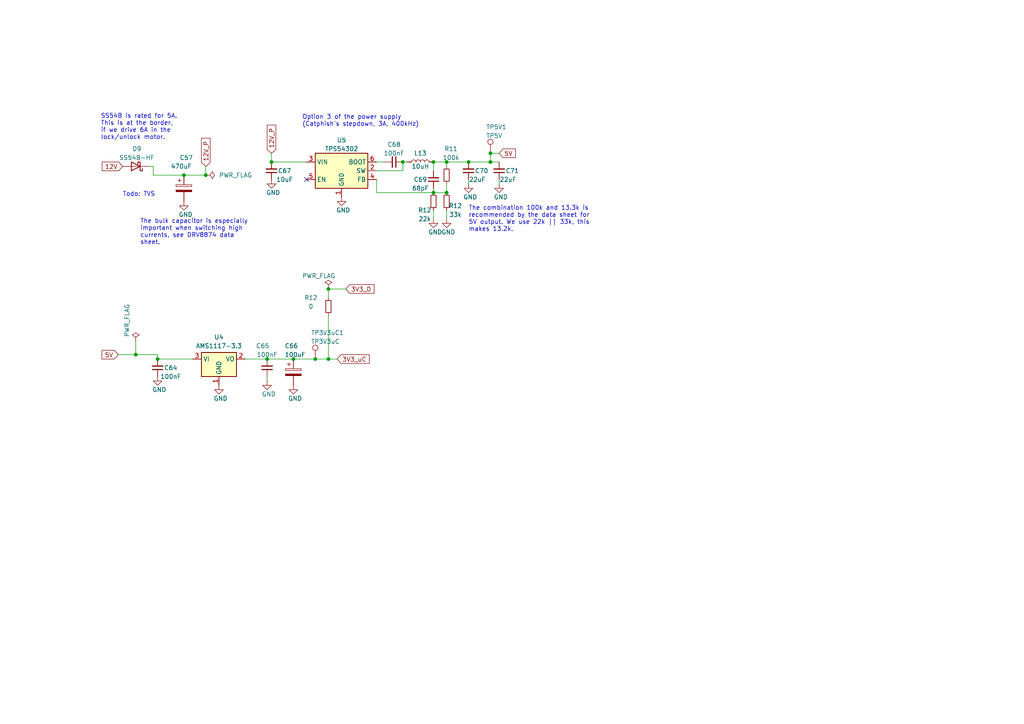
<source format=kicad_sch>
(kicad_sch (version 20230121) (generator eeschema)
  (paper "A4")
  (title_block (title "Power Supply"))
  (lib_symbols
    (symbol "C_Small_13" (pin_numbers hide) (pin_names (offset 0.254) hide)
      (property "Reference" "C" (at 0.254 1.778 0))
      (property "Value" "C_Small_13" (at 0.254 -2.032 0))
      (symbol "C_Small_13_0_1"
        (polyline (pts (xy -1.524 -0.508) (xy 1.524 -0.508)) (stroke (width 0.3302)))
        (polyline (pts (xy -1.524 0.508) (xy 1.524 0.508)) (stroke (width 0.3048)))
      )
      (symbol "C_Small_13_1_1"
        (pin passive line (at 0 2.54 270) (length 2.032) (name "~") (number "1"))
        (pin passive line (at 0 -2.54 90) (length 2.032) (name "~") (number "2"))
      )
    )
    (symbol "Connector:TestPoint" (pin_numbers hide) (pin_names (offset 0.762) hide)
      (property "Reference" "TP" (at 0 6.858 0))
      (property "Value" "TestPoint" (at 0 5.08 0))
      (symbol "TestPoint_0_1"
        (circle (center 0 3.302) (radius 0.762))
      )
      (symbol "TestPoint_1_1"
        (pin passive line (at 0 0 90) (length 2.54) (name "1") (number "1"))
      )
    )
    (symbol "Device:C_Polarized" (pin_numbers hide) (pin_names (offset 0.254))
      (property "Reference" "C" (at 0.635 2.54 0))
      (property "Value" "C_Polarized" (at 0.635 -2.54 0))
      (symbol "C_Polarized_0_1"
        (rectangle (start -2.286 0.508) (end 2.286 1.016))
        (polyline (pts (xy -1.778 2.286) (xy -0.762 2.286)))
        (polyline (pts (xy -1.27 2.794) (xy -1.27 1.778)))
        (rectangle (start 2.286 -0.508) (end -2.286 -1.016) (fill (type outline)))
      )
      (symbol "C_Polarized_1_1"
        (pin passive line (at 0 3.81 270) (length 2.794) (name "~") (number "1"))
        (pin passive line (at 0 -3.81 90) (length 2.794) (name "~") (number "2"))
      )
    )
    (symbol "Device:D_Schottky" (pin_numbers hide) (pin_names (offset 1.016) hide)
      (property "Reference" "D" (at 0 2.54 0))
      (property "Value" "D_Schottky" (at 0 -2.54 0))
      (symbol "D_Schottky_0_1"
        (polyline (pts (xy 1.27 0) (xy -1.27 0)))
        (polyline (pts (xy 1.27 1.27) (xy 1.27 -1.27) (xy -1.27 0) (xy 1.27 1.27)) (stroke (width 0.254)))
        (polyline (pts (xy -1.905 0.635) (xy -1.905 1.27) (xy -1.27 1.27) (xy -1.27 -1.27) (xy -0.635 -1.27) (xy -0.635 -0.635)) (stroke (width 0.254)))
      )
      (symbol "D_Schottky_1_1"
        (pin passive line (at -3.81 0 0) (length 2.54) (name "K") (number "1"))
        (pin passive line (at 3.81 0 180) (length 2.54) (name "A") (number "2"))
      )
    )
    (symbol "Device:L" (pin_numbers hide) (pin_names (offset 1.016) hide)
      (property "Reference" "L" (at -1.27 0 90))
      (property "Value" "L" (at 1.905 0 90))
      (symbol "L_0_1"
        (arc (start 0 -2.54) (mid 0.6323 -1.905) (end 0 -1.27))
        (arc (start 0 -1.27) (mid 0.6323 -0.635) (end 0 0))
        (arc (start 0 0) (mid 0.6323 0.635) (end 0 1.27))
        (arc (start 0 1.27) (mid 0.6323 1.905) (end 0 2.54))
      )
      (symbol "L_1_1"
        (pin passive line (at 0 3.81 270) (length 1.27) (name "1") (number "1"))
        (pin passive line (at 0 -3.81 90) (length 1.27) (name "2") (number "2"))
      )
    )
    (symbol "Device:R_Small" (pin_numbers hide) (pin_names (offset 0.254) hide)
      (property "Reference" "R" (at 0.762 0.508 0))
      (property "Value" "R_Small" (at 0.762 -1.016 0))
      (symbol "R_Small_0_1"
        (rectangle (start -0.762 1.778) (end 0.762 -1.778) (stroke (width 0.2032)))
      )
      (symbol "R_Small_1_1"
        (pin passive line (at 0 2.54 270) (length 0.762) (name "~") (number "1"))
        (pin passive line (at 0 -2.54 90) (length 0.762) (name "~") (number "2"))
      )
    )
    (symbol "Regulator_Linear:AMS1117-3.3"
      (property "Reference" "U" (at -3.81 3.175 0))
      (property "Value" "AMS1117-3.3" (at 0 3.175 0))
      (symbol "AMS1117-3.3_0_1"
        (rectangle (start -5.08 -5.08) (end 5.08 1.905) (stroke (width 0.254)) (fill (type background)))
      )
      (symbol "AMS1117-3.3_1_1"
        (pin power_in line (at 0 -7.62 90) (length 2.54) (name "GND") (number "1"))
        (pin power_out line (at 7.62 0 180) (length 2.54) (name "VO") (number "2"))
        (pin power_in line (at -7.62 0 0) (length 2.54) (name "VI") (number "3"))
      )
    )
    (symbol "Regulator_Switching:TPS54302"
      (property "Reference" "U" (at -7.62 6.35 0))
      (property "Value" "TPS54302" (at 0 6.35 0))
      (symbol "TPS54302_0_1"
        (rectangle (start -7.62 5.08) (end 7.62 -5.08) (stroke (width 0.254)) (fill (type background)))
      )
      (symbol "TPS54302_1_1"
        (pin power_in line (at 0 -7.62 90) (length 2.54) (name "GND") (number "1"))
        (pin power_out line (at 10.16 0 180) (length 2.54) (name "SW") (number "2"))
        (pin power_in line (at -10.16 2.54 0) (length 2.54) (name "VIN") (number "3"))
        (pin input line (at 10.16 -2.54 180) (length 2.54) (name "FB") (number "4"))
        (pin input line (at -10.16 -2.54 0) (length 2.54) (name "EN") (number "5"))
        (pin passive line (at 10.16 2.54 180) (length 2.54) (name "BOOT") (number "6"))
      )
    )
    (symbol "power:GND" (power) (pin_names (offset 0))
      (property "Value" "GND" (at 0 -3.81 0))
      (symbol "GND_0_1"
        (polyline (pts (xy 0 0) (xy 0 -1.27) (xy 1.27 -1.27) (xy 0 -2.54) (xy -1.27 -1.27) (xy 0 -1.27)))
      )
      (symbol "GND_1_1"
        (pin power_in line (at 0 0 270) (length 0) hide (name "GND") (number "1"))
      )
    )
    (symbol "power:PWR_FLAG" (power) (pin_numbers hide) (pin_names (offset 0) hide)
      (property "Value" "PWR_FLAG" (at 0 3.81 0))
      (symbol "PWR_FLAG_0_0"
        (pin power_out line (at 0 0 90) (length 0) (name "pwr") (number "1"))
      )
      (symbol "PWR_FLAG_0_1"
        (polyline (pts (xy 0 0) (xy 0 1.27) (xy -1.016 1.905) (xy 0 2.54) (xy 1.016 1.905) (xy 0 1.27)))
      )
    )
  )
  (junction (at 39.37 102.87))
  (junction (at 142.24 44.45))
  (junction (at 95.25 83.82))
  (junction (at 77.47 104.14))
  (junction (at 53.34 50.8))
  (junction (at 85.09 104.14))
  (junction (at 95.25 104.14))
  (junction (at 125.73 55.88))
  (junction (at 129.54 55.88))
  (junction (at 135.89 46.99))
  (junction (at 59.69 50.8))
  (junction (at 125.73 46.99))
  (junction (at 129.54 46.99))
  (junction (at 45.72 104.14))
  (junction (at 78.74 46.99))
  (junction (at 142.24 46.99))
  (junction (at 91.44 104.14))
  (junction (at 116.84 46.99))
  (no_connect (at 88.9 52.07))
  (wire (pts (xy 125.73 46.99) (xy 125.73 49.53)))
  (wire (pts (xy 125.73 46.99) (xy 129.54 46.99)))
  (wire (pts (xy 78.74 44.45) (xy 78.74 46.99)))
  (wire (pts (xy 125.73 54.61) (xy 125.73 55.88)))
  (wire (pts (xy 91.44 104.14) (xy 95.25 104.14)))
  (wire (pts (xy 142.24 44.45) (xy 142.24 46.99)))
  (wire (pts (xy 78.74 46.99) (xy 88.9 46.99)))
  (wire (pts (xy 77.47 104.14) (xy 85.09 104.14)))
  (wire (pts (xy 144.78 52.07) (xy 144.78 53.34)))
  (wire (pts (xy 129.54 53.34) (xy 129.54 55.88)))
  (wire (pts (xy 95.25 83.82) (xy 100.33 83.82)))
  (wire (pts (xy 39.37 102.87) (xy 45.72 102.87)))
  (wire (pts (xy 44.45 48.26) (xy 44.45 50.8)))
  (wire (pts (xy 129.54 46.99) (xy 129.54 48.26)))
  (wire (pts (xy 45.72 104.14) (xy 55.88 104.14)))
  (wire (pts (xy 95.25 104.14) (xy 97.79 104.14)))
  (wire (pts (xy 71.12 104.14) (xy 77.47 104.14)))
  (wire (pts (xy 125.73 60.96) (xy 125.73 63.5)))
  (wire (pts (xy 109.22 55.88) (xy 125.73 55.88)))
  (wire (pts (xy 39.37 99.06) (xy 39.37 102.87)))
  (wire (pts (xy 125.73 55.88) (xy 129.54 55.88)))
  (wire (pts (xy 53.34 50.8) (xy 59.69 50.8)))
  (wire (pts (xy 142.24 46.99) (xy 135.89 46.99)))
  (wire (pts (xy 59.69 48.26) (xy 59.69 50.8)))
  (wire (pts (xy 95.25 91.44) (xy 95.25 104.14)))
  (wire (pts (xy 116.84 46.99) (xy 118.11 46.99)))
  (wire (pts (xy 109.22 46.99) (xy 111.76 46.99)))
  (wire (pts (xy 116.84 46.99) (xy 116.84 49.53)))
  (wire (pts (xy 129.54 60.96) (xy 129.54 63.5)))
  (wire (pts (xy 129.54 46.99) (xy 135.89 46.99)))
  (wire (pts (xy 43.18 48.26) (xy 44.45 48.26)))
  (wire (pts (xy 135.89 52.07) (xy 135.89 53.34)))
  (wire (pts (xy 142.24 46.99) (xy 144.78 46.99)))
  (wire (pts (xy 142.24 44.45) (xy 144.78 44.45)))
  (wire (pts (xy 109.22 52.07) (xy 109.22 55.88)))
  (wire (pts (xy 116.84 49.53) (xy 109.22 49.53)))
  (wire (pts (xy 44.45 50.8) (xy 53.34 50.8)))
  (wire (pts (xy 77.47 109.22) (xy 77.47 110.49)))
  (wire (pts (xy 34.29 102.87) (xy 39.37 102.87)))
  (wire (pts (xy 45.72 102.87) (xy 45.72 104.14)))
  (wire (pts (xy 85.09 104.14) (xy 91.44 104.14)))
  (wire (pts (xy 95.25 83.82) (xy 95.25 86.36)))
  (text "The combination 100k and 13.3k is\nrecommended by the data sheet for\n5V output. We use 22k || 33k, this\nmakes 13.2k." (at 135.89 67.31 0) (effects (font (size 1.27 1.27)) (justify left bottom)))
  (text "Todo: TVS" (at 35.56 57.15 0) (effects (font (size 1.27 1.27)) (justify left bottom)))
  (text "The bulk capacitor is especially\nimportant when switching high\ncurrents, see DRV8874 data\nsheet." (at 40.64 71.12 0) (effects (font (size 1.27 1.27)) (justify left bottom)))
  (text "Option 3 of the power supply\n(Catphish's stepdown, 3A, 400kHz)" (at 87.63 36.83 0) (effects (font (size 1.27 1.27)) (justify left bottom)))
  (text "SS54B is rated for 5A.\nThis is at the border,\nif we drive 6A in the\nlock/unlock motor." (at 29.21 40.64 0) (effects (font (size 1.27 1.27)) (justify left bottom)))
  (global_label "3V3_D" (shape input) (at 100.33 83.82 0) (property "Intersheetrefs" "${INTERSHEET_REFS}" (effects hide)))
  (global_label "12V" (shape input) (at 35.56 48.26 180) (property "Intersheetrefs" "${INTERSHEET_REFS}" (effects hide)))
  (global_label "5V" (shape input) (at 144.78 44.45 0) (property "Intersheetrefs" "${INTERSHEET_REFS}" (effects hide)))
  (global_label "3V3_uC" (shape input) (at 97.79 104.14 0) (property "Intersheetrefs" "${INTERSHEET_REFS}" (effects hide)))
  (global_label "12V_P" (shape input) (at 59.69 48.26 90) (property "Intersheetrefs" "${INTERSHEET_REFS}" (effects hide)))
  (global_label "5V" (shape input) (at 34.29 102.87 180) (property "Intersheetrefs" "${INTERSHEET_REFS}" (effects hide)))
  (global_label "12V_P" (shape input) (at 78.74 44.45 90) (property "Intersheetrefs" "${INTERSHEET_REFS}" (effects hide)))
  (symbol (lib_id "Regulator_Switching:TPS54302") (at 99.06 49.53 0) (unit 1)
    (property "Reference" "U5" (at 99.06 40.64 0))
    (property "Value" "TPS54302" (at 99.06 43.18 0))
    (property "Footprint" "Package_TO_SOT_SMD:SOT-23-6" (effects hide))
    (property "Datasheet" "http://www.ti.com/lit/ds/symlink/tps54302.pdf" (effects hide))
    (instances (project "qca7000" (path "" (reference "U5") (unit 1)) (path "" (reference "U4") (unit 1))))
  )
  (symbol (lib_name "C_Small_13") (lib_id "Device:C_Small") (at 78.74 49.53 180) (unit 1)
    (property "Reference" "C67" (at 82.55 49.53 0))
    (property "Value" "10uF" (at 82.55 52.07 0))
    (property "Footprint" "Capacitor_SMD:C_1210_3225Metric_Pad1.33x2.70mm_HandSolder" (effects hide))
    (property "LCSC" "C14663" (effects hide))
    (instances (project "qca7000" (path "" (reference "C67") (unit 1)) (path "" (reference "C65") (unit 1))))
  )
  (symbol (lib_id "Device:L") (at 121.92 46.99 90) (unit 1)
    (property "Reference" "L13" (at 121.92 44.45 90))
    (property "Value" "10uH" (at 121.92 48.26 90))
    (property "Footprint" "Inductor_SMD:L_Wuerth_WE-PD-Typ-LS_Handsoldering" (effects hide))
    (property "Datasheet" "https://datasheet.lcsc.com/lcsc/1810231814_Murata-Electronics-LQM31PN4R7M00L_C162588.pdf" (effects hide))
    (property "LCSC" "C162588" (effects hide))
  )
  (symbol (lib_id "Device:R_Small") (at 129.54 50.8 0) (unit 1)
    (property "Reference" "R11" (at 130.81 43.18 0))
    (property "Value" "100k" (at 130.81 45.72 0))
    (property "Footprint" "Resistor_SMD:R_1206_3216Metric_Pad1.30x1.75mm_HandSolder" (effects hide))
    (property "LCSC" "C25804" (effects hide))
    (instances (project "qca7000" (path "" (reference "R11") (unit 1)) (path "" (reference "R23") (unit 1))))
  )
  (symbol (lib_name "C_Small_13") (lib_id "Device:C_Small") (at 125.73 52.07 180) (unit 1)
    (property "Reference" "C69" (at 121.92 52.07 0))
    (property "Value" "68pF" (at 121.92 54.61 0))
    (property "Footprint" "Capacitor_SMD:C_1206_3216Metric_Pad1.33x1.80mm_HandSolder" (effects hide))
    (property "LCSC" "C14663" (effects hide))
    (instances (project "qca7000" (path "" (reference "C69") (unit 1)) (path "" (reference "C68") (unit 1))))
  )
  (symbol (lib_id "power:GND") (at 63.5 111.76 0) (unit 1)
    (property "Reference" "#PWR052" (effects hide))
    (property "Value" "GND" (at 66.04 115.57 0) (effects (justify right)))
    (instances (project "qca7000" (path "" (reference "#PWR052") (unit 1)) (path "" (reference "#PWR072") (unit 1))))
  )
  (symbol (lib_id "power:GND") (at 144.78 53.34 0) (unit 1)
    (property "Reference" "#PWR058" (effects hide))
    (property "Value" "GND" (at 147.32 57.15 0) (effects (justify right)))
    (instances (project "qca7000" (path "" (reference "#PWR058") (unit 1)) (path "" (reference "#PWR062") (unit 1))))
  )
  (symbol (lib_name "C_Small_13") (lib_id "Device:C_Small") (at 135.89 49.53 180) (unit 1)
    (property "Reference" "C70" (at 139.7 49.53 0))
    (property "Value" "22uF" (at 138.43 52.07 0))
    (property "Footprint" "Capacitor_SMD:C_1210_3225Metric_Pad1.33x2.70mm_HandSolder" (effects hide))
    (property "LCSC" "C14663" (effects hide))
    (instances (project "qca7000" (path "" (reference "C70") (unit 1)) (path "" (reference "C66") (unit 1))))
  )
  (symbol (lib_id "Connector:TestPoint") (at 91.44 104.14 0) (unit 1)
    (property "Reference" "TP3V3uC1" (at 90.17 96.52 0) (effects (justify left)))
    (property "Value" "TP3V3uC" (at 90.17 99.06 0) (effects (justify left)))
    (property "Footprint" "TestPoint:TestPoint_THTPad_D1.0mm_Drill0.5mm" (effects hide))
  )
  (symbol (lib_id "Connector:TestPoint") (at 142.24 44.45 0) (unit 1)
    (property "Reference" "TP5V1" (at 140.97 36.83 0) (effects (justify left)))
    (property "Value" "TP5V" (at 140.97 39.37 0) (effects (justify left)))
    (property "Footprint" "TestPoint:TestPoint_THTPad_D1.0mm_Drill0.5mm" (effects hide))
  )
  (symbol (lib_id "power:PWR_FLAG") (at 59.69 50.8 270) (unit 1)
    (property "Reference" "#FLG06" (effects hide))
    (property "Value" "PWR_FLAG" (at 63.5 50.7999 90) (effects (justify left)))
    (instances (project "qca7000" (path "" (reference "#FLG06") (unit 1)) (path "" (reference "#FLG09") (unit 1))))
  )
  (symbol (lib_id "power:GND") (at 125.73 63.5 0) (unit 1)
    (property "Reference" "#PWR056" (effects hide))
    (property "Value" "GND" (at 128.27 67.31 0) (effects (justify right)))
    (instances (project "qca7000" (path "" (reference "#PWR056") (unit 1)) (path "" (reference "#PWR054") (unit 1))))
  )
  (symbol (lib_name "C_Small_13") (lib_id "Device:C_Small") (at 77.47 106.68 180) (unit 1)
    (property "Reference" "C65" (at 76.2 100.33 0))
    (property "Value" "100nF" (at 77.47 102.87 0))
    (property "Footprint" "Capacitor_SMD:C_0805_2012Metric_Pad1.18x1.45mm_HandSolder" (effects hide))
    (property "LCSC" "C14663" (effects hide))
    (instances (project "qca7000" (path "" (reference "C65") (unit 1)) (path "" (reference "C74") (unit 1))))
  )
  (symbol (lib_id "Device:R_Small") (at 95.25 88.9 180) (unit 1)
    (property "Reference" "R12" (at 90.17 86.36 0))
    (property "Value" "0" (at 90.17 88.9 0))
    (property "Footprint" "Resistor_SMD:R_1206_3216Metric_Pad1.30x1.75mm_HandSolder" (effects hide))
    (property "LCSC" "C25804" (effects hide))
    (instances (project "qca7000" (path "" (reference "R12") (unit 1)) (path "" (reference "R43") (unit 1))))
  )
  (symbol (lib_id "power:GND") (at 99.06 57.15 0) (unit 1)
    (property "Reference" "#PWR054" (effects hide))
    (property "Value" "GND" (at 101.6 60.96 0) (effects (justify right)))
    (instances (project "qca7000" (path "" (reference "#PWR054") (unit 1)) (path "" (reference "#PWR063") (unit 1))))
  )
  (symbol (lib_id "Device:C_Polarized") (at 53.34 54.61 0) (unit 1)
    (property "Reference" "C57" (at 52.07 45.72 0) (effects (justify left)))
    (property "Value" "470uF" (at 49.53 48.26 0) (effects (justify left)))
    (property "Footprint" "Capacitor_SMD:CP_Elec_10x10" (effects hide))
    (instances (project "qca7000" (path "" (reference "C57") (unit 1)) (path "" (reference "C69") (unit 1))))
  )
  (symbol (lib_name "C_Small_13") (lib_id "Device:C_Small") (at 144.78 49.53 180) (unit 1)
    (property "Reference" "C71" (at 148.59 49.53 0))
    (property "Value" "22uF" (at 147.32 52.07 0))
    (property "Footprint" "Capacitor_SMD:C_1210_3225Metric_Pad1.33x2.70mm_HandSolder" (effects hide))
    (property "LCSC" "C14663" (effects hide))
    (instances (project "qca7000" (path "" (reference "C71") (unit 1)) (path "" (reference "C67") (unit 1))))
  )
  (symbol (lib_id "Regulator_Linear:AMS1117-3.3") (at 63.5 104.14 0) (unit 1)
    (property "Reference" "U4" (at 63.5 97.79 0))
    (property "Value" "AMS1117-3.3" (at 63.5 100.33 0))
    (property "Footprint" "Package_TO_SOT_SMD:SOT-223-3_TabPin2" (effects hide))
    (property "Datasheet" "http://www.advanced-monolithic.com/pdf/ds1117.pdf" (effects hide))
    (instances (project "qca7000" (path "" (reference "U4") (unit 1)) (path "" (reference "U6") (unit 1))))
  )
  (symbol (lib_id "Device:D_Schottky") (at 39.37 48.26 180) (unit 1)
    (property "Reference" "D9" (at 39.6875 43.18 0))
    (property "Value" "SS54B-HF" (at 39.6875 45.72 0))
    (property "Footprint" "Diode_SMD:D_SMB_Handsoldering" (effects hide))
    (property "Datasheet" "https://www.mouser.de/datasheet/2/80/20190806170503-2505092.pdf" (effects hide))
    (instances (project "qca7000" (path "" (reference "D9") (unit 1)) (path "" (reference "D13") (unit 1))))
  )
  (symbol (lib_id "power:GND") (at 85.09 111.76 0) (unit 1)
    (property "Reference" "#PWR053" (effects hide))
    (property "Value" "GND" (at 87.63 115.57 0) (effects (justify right)))
    (instances (project "qca7000" (path "" (reference "#PWR053") (unit 1)) (path "" (reference "#PWR073") (unit 1))))
  )
  (symbol (lib_name "C_Small_13") (lib_id "Device:C_Small") (at 45.72 106.68 180) (unit 1)
    (property "Reference" "C64" (at 49.53 106.68 0))
    (property "Value" "100nF" (at 49.53 109.22 0))
    (property "Footprint" "Capacitor_SMD:C_0805_2012Metric_Pad1.18x1.45mm_HandSolder" (effects hide))
    (property "LCSC" "C14663" (effects hide))
    (instances (project "qca7000" (path "" (reference "C64") (unit 1)) (path "" (reference "C73") (unit 1))))
  )
  (symbol (lib_id "power:GND") (at 129.54 63.5 0) (unit 1)
    (property "Reference" "#PWR056" (effects hide))
    (property "Value" "GND" (at 132.08 67.31 0) (effects (justify right)))
    (instances (project "qca7000" (path "" (reference "#PWR056") (unit 1)) (path "" (reference "#PWR065") (unit 1))))
  )
  (symbol (lib_id "power:PWR_FLAG") (at 39.37 99.06 0) (unit 1)
    (property "Reference" "#FLG01" (effects hide))
    (property "Value" "PWR_FLAG" (at 36.83 97.79 90) (effects (justify left)))
    (instances (project "qca7000" (path "" (reference "#FLG01") (unit 1)) (path "" (reference "#FLG08") (unit 1))))
  )
  (symbol (lib_id "power:GND") (at 45.72 109.22 0) (unit 1)
    (property "Reference" "#PWR049" (effects hide))
    (property "Value" "GND" (at 48.26 113.03 0) (effects (justify right)))
    (instances (project "qca7000" (path "" (reference "#PWR049") (unit 1)) (path "" (reference "#PWR070") (unit 1))))
  )
  (symbol (lib_id "power:GND") (at 135.89 53.34 0) (unit 1)
    (property "Reference" "#PWR057" (effects hide))
    (property "Value" "GND" (at 138.43 57.15 0) (effects (justify right)))
    (instances (project "qca7000" (path "" (reference "#PWR057") (unit 1)) (path "" (reference "#PWR061") (unit 1))))
  )
  (symbol (lib_id "Device:R_Small") (at 125.73 58.42 180) (unit 1)
    (property "Reference" "R12" (at 123.19 60.96 0))
    (property "Value" "22k" (at 123.19 63.5 0))
    (property "Footprint" "Resistor_SMD:R_1206_3216Metric_Pad1.30x1.75mm_HandSolder" (effects hide))
    (property "LCSC" "C25804" (effects hide))
    (instances (project "qca7000" (path "" (reference "R12") (unit 1)) (path "" (reference "R38") (unit 1))))
  )
  (symbol (lib_id "Device:C_Polarized") (at 85.09 107.95 0) (unit 1)
    (property "Reference" "C66" (at 82.55 100.33 0) (effects (justify left)))
    (property "Value" "100uF" (at 82.55 102.87 0) (effects (justify left)))
    (property "Footprint" "Capacitor_SMD:CP_Elec_8x10" (effects hide))
    (instances (project "qca7000" (path "" (reference "C66") (unit 1)) (path "" (reference "C75") (unit 1))))
  )
  (symbol (lib_name "C_Small_13") (lib_id "Device:C_Small") (at 114.3 46.99 270) (unit 1)
    (property "Reference" "C68" (at 114.3 41.91 90))
    (property "Value" "100nF" (at 114.3 44.45 90))
    (property "Footprint" "Capacitor_SMD:C_0805_2012Metric_Pad1.18x1.45mm_HandSolder" (effects hide))
    (property "LCSC" "C14663" (effects hide))
    (instances (project "qca7000" (path "" (reference "C68") (unit 1)) (path "" (reference "C64") (unit 1))))
  )
  (symbol (lib_id "Device:R_Small") (at 129.54 58.42 180) (unit 1)
    (property "Reference" "R12" (at 132.08 59.69 0))
    (property "Value" "33k" (at 132.08 62.23 0))
    (property "Footprint" "Resistor_SMD:R_1206_3216Metric_Pad1.30x1.75mm_HandSolder" (effects hide))
    (property "LCSC" "C25804" (effects hide))
    (instances (project "qca7000" (path "" (reference "R12") (unit 1)) (path "" (reference "R24") (unit 1))))
  )
  (symbol (lib_id "power:GND") (at 77.47 110.49 0) (unit 1)
    (property "Reference" "#PWR050" (effects hide))
    (property "Value" "GND" (at 80.01 114.3 0) (effects (justify right)))
    (instances (project "qca7000" (path "" (reference "#PWR050") (unit 1)) (path "" (reference "#PWR071") (unit 1))))
  )
  (symbol (lib_id "power:GND") (at 53.34 58.42 0) (unit 1)
    (property "Reference" "#PWR040" (effects hide))
    (property "Value" "GND" (at 55.88 62.23 0) (effects (justify right)))
    (instances (project "qca7000" (path "" (reference "#PWR040") (unit 1)) (path "" (reference "#PWR064") (unit 1))))
  )
  (symbol (lib_id "power:GND") (at 78.74 52.07 0) (unit 1)
    (property "Reference" "#PWR055" (effects hide))
    (property "Value" "GND" (at 81.28 55.88 0) (effects (justify right)))
    (instances (project "qca7000" (path "" (reference "#PWR055") (unit 1)) (path "" (reference "#PWR060") (unit 1))))
  )
  (symbol (lib_id "power:PWR_FLAG") (at 95.25 83.82 0) (unit 1)
    (property "Reference" "#FLG02" (effects hide))
    (property "Value" "PWR_FLAG" (at 87.63 80.01 0) (effects (justify left)))
    (instances (project "qca7000" (path "" (reference "#FLG02") (unit 1)) (path "" (reference "#FLG010") (unit 1))))
  )
)
</source>
